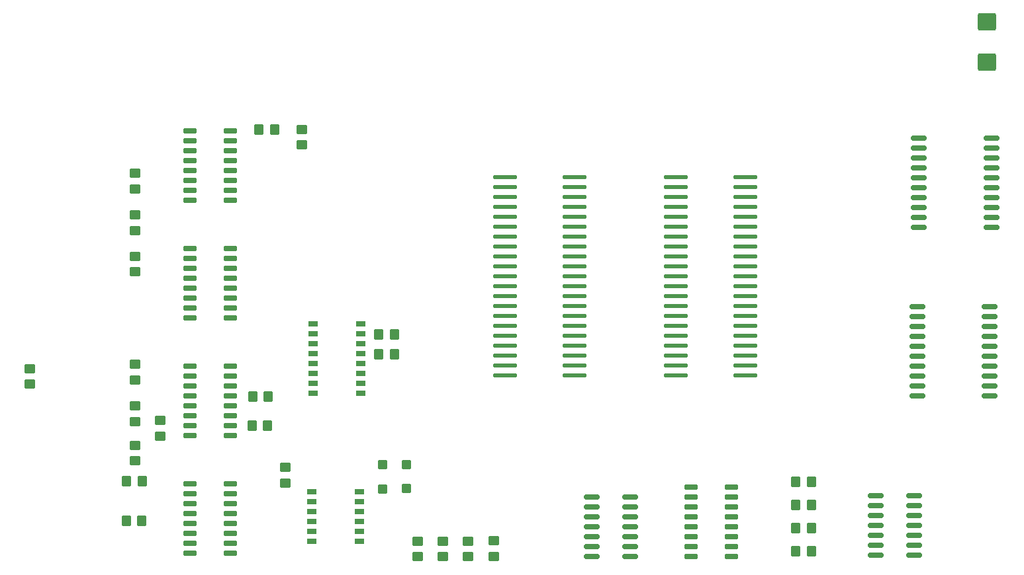
<source format=gbr>
%TF.GenerationSoftware,KiCad,Pcbnew,8.0.9*%
%TF.CreationDate,2025-05-07T23:17:47-04:00*%
%TF.ProjectId,RAMEXPB_V3,52414d45-5850-4425-9f56-332e6b696361,rev?*%
%TF.SameCoordinates,Original*%
%TF.FileFunction,Paste,Top*%
%TF.FilePolarity,Positive*%
%FSLAX46Y46*%
G04 Gerber Fmt 4.6, Leading zero omitted, Abs format (unit mm)*
G04 Created by KiCad (PCBNEW 8.0.9) date 2025-05-07 23:17:47*
%MOMM*%
%LPD*%
G01*
G04 APERTURE LIST*
G04 Aperture macros list*
%AMRoundRect*
0 Rectangle with rounded corners*
0 $1 Rounding radius*
0 $2 $3 $4 $5 $6 $7 $8 $9 X,Y pos of 4 corners*
0 Add a 4 corners polygon primitive as box body*
4,1,4,$2,$3,$4,$5,$6,$7,$8,$9,$2,$3,0*
0 Add four circle primitives for the rounded corners*
1,1,$1+$1,$2,$3*
1,1,$1+$1,$4,$5*
1,1,$1+$1,$6,$7*
1,1,$1+$1,$8,$9*
0 Add four rect primitives between the rounded corners*
20,1,$1+$1,$2,$3,$4,$5,0*
20,1,$1+$1,$4,$5,$6,$7,0*
20,1,$1+$1,$6,$7,$8,$9,0*
20,1,$1+$1,$8,$9,$2,$3,0*%
G04 Aperture macros list end*
%ADD10RoundRect,0.250000X-0.450000X0.350000X-0.450000X-0.350000X0.450000X-0.350000X0.450000X0.350000X0*%
%ADD11RoundRect,0.250000X0.450000X-0.350000X0.450000X0.350000X-0.450000X0.350000X-0.450000X-0.350000X0*%
%ADD12RoundRect,0.250000X0.350000X0.450000X-0.350000X0.450000X-0.350000X-0.450000X0.350000X-0.450000X0*%
%ADD13RoundRect,0.150000X0.725000X0.150000X-0.725000X0.150000X-0.725000X-0.150000X0.725000X-0.150000X0*%
%ADD14RoundRect,0.312500X0.312500X-0.312500X0.312500X0.312500X-0.312500X0.312500X-0.312500X-0.312500X0*%
%ADD15R,1.250000X0.760000*%
%ADD16RoundRect,0.150000X-0.875000X-0.150000X0.875000X-0.150000X0.875000X0.150000X-0.875000X0.150000X0*%
%ADD17RoundRect,0.250000X-0.350000X-0.450000X0.350000X-0.450000X0.350000X0.450000X-0.350000X0.450000X0*%
%ADD18RoundRect,0.137500X-1.361500X-0.137500X1.361500X-0.137500X1.361500X0.137500X-1.361500X0.137500X0*%
%ADD19RoundRect,0.250000X0.925000X-0.875000X0.925000X0.875000X-0.925000X0.875000X-0.925000X-0.875000X0*%
%ADD20RoundRect,0.150000X0.825000X0.150000X-0.825000X0.150000X-0.825000X-0.150000X0.825000X-0.150000X0*%
G04 APERTURE END LIST*
D10*
%TO.C,R9*%
X99575000Y-137615000D03*
X99575000Y-139615000D03*
%TD*%
D11*
%TO.C,R2*%
X102785000Y-146825000D03*
X102785000Y-144825000D03*
%TD*%
D12*
%TO.C,R20*%
X132735000Y-136290000D03*
X130735000Y-136290000D03*
%TD*%
D13*
%TO.C,U2*%
X111800000Y-146723300D03*
X111800000Y-145453300D03*
X111800000Y-144183300D03*
X111800000Y-142913300D03*
X111800000Y-141643300D03*
X111800000Y-140373300D03*
X111800000Y-139103300D03*
X111800000Y-137833300D03*
X106650000Y-137833300D03*
X106650000Y-139103300D03*
X106650000Y-140373300D03*
X106650000Y-141643300D03*
X106650000Y-142913300D03*
X106650000Y-144183300D03*
X106650000Y-145453300D03*
X106650000Y-146723300D03*
%TD*%
D12*
%TO.C,R15*%
X132745000Y-133795000D03*
X130745000Y-133795000D03*
%TD*%
D13*
%TO.C,U3*%
X175900000Y-162280000D03*
X175900000Y-161010000D03*
X175900000Y-159740000D03*
X175900000Y-158470000D03*
X175900000Y-157200000D03*
X175900000Y-155930000D03*
X175900000Y-154660000D03*
X175900000Y-153390000D03*
X170750000Y-153390000D03*
X170750000Y-154660000D03*
X170750000Y-155930000D03*
X170750000Y-157200000D03*
X170750000Y-158470000D03*
X170750000Y-159740000D03*
X170750000Y-161010000D03*
X170750000Y-162280000D03*
%TD*%
D11*
%TO.C,R22*%
X135760600Y-162255000D03*
X135760600Y-160255000D03*
%TD*%
D14*
%TO.C,D2*%
X131255000Y-153565000D03*
X131255000Y-150465000D03*
%TD*%
D10*
%TO.C,R13*%
X99575000Y-118460000D03*
X99575000Y-120460000D03*
%TD*%
%TO.C,R24*%
X120905000Y-107525000D03*
X120905000Y-109525000D03*
%TD*%
%TO.C,R11*%
X99575000Y-147995000D03*
X99575000Y-149995000D03*
%TD*%
D12*
%TO.C,R25*%
X117455000Y-107585000D03*
X115455000Y-107585000D03*
%TD*%
D15*
%TO.C,SWB1*%
X122170000Y-153960000D03*
X122170000Y-155230000D03*
X122170000Y-156500000D03*
X122170000Y-157770000D03*
X122170000Y-159040000D03*
X122170000Y-160310000D03*
X128320000Y-160310000D03*
X128320000Y-159040000D03*
X128320000Y-157770000D03*
X128320000Y-156500000D03*
X128320000Y-155230000D03*
X128320000Y-153960000D03*
%TD*%
D13*
%TO.C,U10*%
X111800000Y-131666700D03*
X111800000Y-130396700D03*
X111800000Y-129126700D03*
X111800000Y-127856700D03*
X111800000Y-126586700D03*
X111800000Y-125316700D03*
X111800000Y-124046700D03*
X111800000Y-122776700D03*
X106650000Y-122776700D03*
X106650000Y-124046700D03*
X106650000Y-125316700D03*
X106650000Y-126586700D03*
X106650000Y-127856700D03*
X106650000Y-129126700D03*
X106650000Y-130396700D03*
X106650000Y-131666700D03*
%TD*%
D12*
%TO.C,R8*%
X116635000Y-141735000D03*
X114635000Y-141735000D03*
%TD*%
D16*
%TO.C,U7*%
X199850000Y-108625000D03*
X199850000Y-109895000D03*
X199850000Y-111165000D03*
X199850000Y-112435000D03*
X199850000Y-113705000D03*
X199850000Y-114975000D03*
X199850000Y-116245000D03*
X199850000Y-117515000D03*
X199850000Y-118785000D03*
X199850000Y-120055000D03*
X209150000Y-120055000D03*
X209150000Y-118785000D03*
X209150000Y-117515000D03*
X209150000Y-116245000D03*
X209150000Y-114975000D03*
X209150000Y-113705000D03*
X209150000Y-112435000D03*
X209150000Y-111165000D03*
X209150000Y-109895000D03*
X209150000Y-108625000D03*
%TD*%
D17*
%TO.C,R17*%
X98465000Y-157645000D03*
X100465000Y-157645000D03*
%TD*%
%TO.C,R6*%
X184125000Y-158586700D03*
X186125000Y-158586700D03*
%TD*%
D18*
%TO.C,U5*%
X146945000Y-113600000D03*
X146945000Y-114870000D03*
X146945000Y-116140000D03*
X146945000Y-117410000D03*
X146945000Y-118680000D03*
X146945000Y-119950000D03*
X146945000Y-121220000D03*
X146945000Y-122490000D03*
X146945000Y-123760000D03*
X146945000Y-125030000D03*
X146945000Y-126300000D03*
X146945000Y-127570000D03*
X146945000Y-128840000D03*
X146945000Y-130110000D03*
X146945000Y-131380000D03*
X146945000Y-132650000D03*
X146945000Y-133920000D03*
X146945000Y-135190000D03*
X146945000Y-136460000D03*
X146945000Y-137730000D03*
X146945000Y-139000000D03*
X155835000Y-139000000D03*
X155835000Y-137730000D03*
X155835000Y-136460000D03*
X155835000Y-135190000D03*
X155835000Y-133920000D03*
X155835000Y-132650000D03*
X155835000Y-131380000D03*
X155835000Y-130110000D03*
X155835000Y-128840000D03*
X155835000Y-127570000D03*
X155835000Y-126300000D03*
X155835000Y-125030000D03*
X155835000Y-123760000D03*
X155835000Y-122490000D03*
X155835000Y-121220000D03*
X155835000Y-119950000D03*
X155835000Y-118680000D03*
X155835000Y-117410000D03*
X155835000Y-116140000D03*
X155835000Y-114870000D03*
X155835000Y-113600000D03*
%TD*%
D19*
%TO.C,C1*%
X208585000Y-98875000D03*
X208585000Y-93775000D03*
%TD*%
D17*
%TO.C,R18*%
X98505000Y-152595000D03*
X100505000Y-152595000D03*
%TD*%
%TO.C,R5*%
X184125000Y-155618300D03*
X186125000Y-155618300D03*
%TD*%
D15*
%TO.C,SWB2*%
X122350000Y-132460000D03*
X122350000Y-133730000D03*
X122350000Y-135000000D03*
X122350000Y-136270000D03*
X122350000Y-137540000D03*
X122350000Y-138810000D03*
X122350000Y-140080000D03*
X122350000Y-141350000D03*
X128500000Y-141350000D03*
X128500000Y-140080000D03*
X128500000Y-138810000D03*
X128500000Y-137540000D03*
X128500000Y-136270000D03*
X128500000Y-135000000D03*
X128500000Y-133730000D03*
X128500000Y-132460000D03*
%TD*%
D20*
%TO.C,U1*%
X162940000Y-162245000D03*
X162940000Y-160975000D03*
X162940000Y-159705000D03*
X162940000Y-158435000D03*
X162940000Y-157165000D03*
X162940000Y-155895000D03*
X162940000Y-154625000D03*
X157990000Y-154625000D03*
X157990000Y-155895000D03*
X157990000Y-157165000D03*
X157990000Y-158435000D03*
X157990000Y-159705000D03*
X157990000Y-160975000D03*
X157990000Y-162245000D03*
%TD*%
D14*
%TO.C,D1*%
X134325000Y-153545000D03*
X134325000Y-150445000D03*
%TD*%
D11*
%TO.C,R16*%
X142198300Y-162255000D03*
X142198300Y-160255000D03*
%TD*%
D13*
%TO.C,U11*%
X111800000Y-116610000D03*
X111800000Y-115340000D03*
X111800000Y-114070000D03*
X111800000Y-112800000D03*
X111800000Y-111530000D03*
X111800000Y-110260000D03*
X111800000Y-108990000D03*
X111800000Y-107720000D03*
X106650000Y-107720000D03*
X106650000Y-108990000D03*
X106650000Y-110260000D03*
X106650000Y-111530000D03*
X106650000Y-112800000D03*
X106650000Y-114070000D03*
X106650000Y-115340000D03*
X106650000Y-116610000D03*
%TD*%
D17*
%TO.C,R7*%
X184125000Y-152650000D03*
X186125000Y-152650000D03*
%TD*%
D11*
%TO.C,R26*%
X145455000Y-162245000D03*
X145455000Y-160245000D03*
%TD*%
D13*
%TO.C,U9*%
X111800000Y-161780000D03*
X111800000Y-160510000D03*
X111800000Y-159240000D03*
X111800000Y-157970000D03*
X111800000Y-156700000D03*
X111800000Y-155430000D03*
X111800000Y-154160000D03*
X111800000Y-152890000D03*
X106650000Y-152890000D03*
X106650000Y-154160000D03*
X106650000Y-155430000D03*
X106650000Y-156700000D03*
X106650000Y-157970000D03*
X106650000Y-159240000D03*
X106650000Y-160510000D03*
X106650000Y-161780000D03*
%TD*%
D16*
%TO.C,U8*%
X199630000Y-130270000D03*
X199630000Y-131540000D03*
X199630000Y-132810000D03*
X199630000Y-134080000D03*
X199630000Y-135350000D03*
X199630000Y-136620000D03*
X199630000Y-137890000D03*
X199630000Y-139160000D03*
X199630000Y-140430000D03*
X199630000Y-141700000D03*
X208930000Y-141700000D03*
X208930000Y-140430000D03*
X208930000Y-139160000D03*
X208930000Y-137890000D03*
X208930000Y-136620000D03*
X208930000Y-135350000D03*
X208930000Y-134080000D03*
X208930000Y-132810000D03*
X208930000Y-131540000D03*
X208930000Y-130270000D03*
%TD*%
D18*
%TO.C,U6*%
X168725000Y-113600000D03*
X168725000Y-114870000D03*
X168725000Y-116140000D03*
X168725000Y-117410000D03*
X168725000Y-118680000D03*
X168725000Y-119950000D03*
X168725000Y-121220000D03*
X168725000Y-122490000D03*
X168725000Y-123760000D03*
X168725000Y-125030000D03*
X168725000Y-126300000D03*
X168725000Y-127570000D03*
X168725000Y-128840000D03*
X168725000Y-130110000D03*
X168725000Y-131380000D03*
X168725000Y-132650000D03*
X168725000Y-133920000D03*
X168725000Y-135190000D03*
X168725000Y-136460000D03*
X168725000Y-137730000D03*
X168725000Y-139000000D03*
X177615000Y-139000000D03*
X177615000Y-137730000D03*
X177615000Y-136460000D03*
X177615000Y-135190000D03*
X177615000Y-133920000D03*
X177615000Y-132650000D03*
X177615000Y-131380000D03*
X177615000Y-130110000D03*
X177615000Y-128840000D03*
X177615000Y-127570000D03*
X177615000Y-126300000D03*
X177615000Y-125030000D03*
X177615000Y-123760000D03*
X177615000Y-122490000D03*
X177615000Y-121220000D03*
X177615000Y-119950000D03*
X177615000Y-118680000D03*
X177615000Y-117410000D03*
X177615000Y-116140000D03*
X177615000Y-114870000D03*
X177615000Y-113600000D03*
%TD*%
D10*
%TO.C,R10*%
X99575000Y-142945000D03*
X99575000Y-144945000D03*
%TD*%
D17*
%TO.C,R4*%
X184125000Y-161555000D03*
X186125000Y-161555000D03*
%TD*%
D10*
%TO.C,R12*%
X99575000Y-113135000D03*
X99575000Y-115135000D03*
%TD*%
D20*
%TO.C,U4*%
X199255000Y-162105000D03*
X199255000Y-160835000D03*
X199255000Y-159565000D03*
X199255000Y-158295000D03*
X199255000Y-157025000D03*
X199255000Y-155755000D03*
X199255000Y-154485000D03*
X194305000Y-154485000D03*
X194305000Y-155755000D03*
X194305000Y-157025000D03*
X194305000Y-158295000D03*
X194305000Y-159565000D03*
X194305000Y-160835000D03*
X194305000Y-162105000D03*
%TD*%
D10*
%TO.C,R19*%
X118805000Y-150825000D03*
X118805000Y-152825000D03*
%TD*%
%TO.C,R3*%
X86135000Y-138165000D03*
X86135000Y-140165000D03*
%TD*%
D11*
%TO.C,R21*%
X138979400Y-162255000D03*
X138979400Y-160255000D03*
%TD*%
D10*
%TO.C,R14*%
X99575000Y-123785000D03*
X99575000Y-125785000D03*
%TD*%
D17*
%TO.C,R1*%
X114535000Y-145475000D03*
X116535000Y-145475000D03*
%TD*%
M02*

</source>
